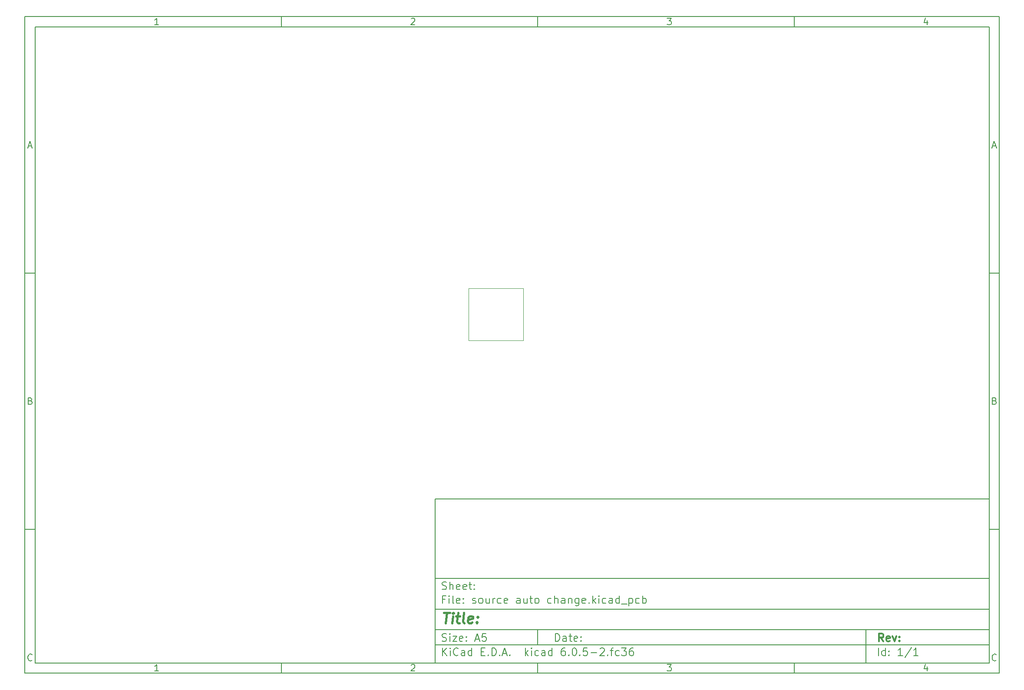
<source format=gbr>
%TF.GenerationSoftware,KiCad,Pcbnew,6.0.5-2.fc36*%
%TF.CreationDate,2022-06-19T11:45:18+04:00*%
%TF.ProjectId,source auto change,736f7572-6365-4206-9175-746f20636861,rev?*%
%TF.SameCoordinates,Original*%
%TF.FileFunction,Profile,NP*%
%FSLAX46Y46*%
G04 Gerber Fmt 4.6, Leading zero omitted, Abs format (unit mm)*
G04 Created by KiCad (PCBNEW 6.0.5-2.fc36) date 2022-06-19 11:45:18*
%MOMM*%
%LPD*%
G01*
G04 APERTURE LIST*
%ADD10C,0.100000*%
%ADD11C,0.150000*%
%ADD12C,0.300000*%
%ADD13C,0.400000*%
%TA.AperFunction,Profile*%
%ADD14C,0.100000*%
%TD*%
G04 APERTURE END LIST*
D10*
D11*
X90007200Y-104005800D02*
X90007200Y-136005800D01*
X198007200Y-136005800D01*
X198007200Y-104005800D01*
X90007200Y-104005800D01*
D10*
D11*
X10000000Y-10000000D02*
X10000000Y-138005800D01*
X200007200Y-138005800D01*
X200007200Y-10000000D01*
X10000000Y-10000000D01*
D10*
D11*
X12000000Y-12000000D02*
X12000000Y-136005800D01*
X198007200Y-136005800D01*
X198007200Y-12000000D01*
X12000000Y-12000000D01*
D10*
D11*
X60000000Y-12000000D02*
X60000000Y-10000000D01*
D10*
D11*
X110000000Y-12000000D02*
X110000000Y-10000000D01*
D10*
D11*
X160000000Y-12000000D02*
X160000000Y-10000000D01*
D10*
D11*
X36065476Y-11588095D02*
X35322619Y-11588095D01*
X35694047Y-11588095D02*
X35694047Y-10288095D01*
X35570238Y-10473809D01*
X35446428Y-10597619D01*
X35322619Y-10659523D01*
D10*
D11*
X85322619Y-10411904D02*
X85384523Y-10350000D01*
X85508333Y-10288095D01*
X85817857Y-10288095D01*
X85941666Y-10350000D01*
X86003571Y-10411904D01*
X86065476Y-10535714D01*
X86065476Y-10659523D01*
X86003571Y-10845238D01*
X85260714Y-11588095D01*
X86065476Y-11588095D01*
D10*
D11*
X135260714Y-10288095D02*
X136065476Y-10288095D01*
X135632142Y-10783333D01*
X135817857Y-10783333D01*
X135941666Y-10845238D01*
X136003571Y-10907142D01*
X136065476Y-11030952D01*
X136065476Y-11340476D01*
X136003571Y-11464285D01*
X135941666Y-11526190D01*
X135817857Y-11588095D01*
X135446428Y-11588095D01*
X135322619Y-11526190D01*
X135260714Y-11464285D01*
D10*
D11*
X185941666Y-10721428D02*
X185941666Y-11588095D01*
X185632142Y-10226190D02*
X185322619Y-11154761D01*
X186127380Y-11154761D01*
D10*
D11*
X60000000Y-136005800D02*
X60000000Y-138005800D01*
D10*
D11*
X110000000Y-136005800D02*
X110000000Y-138005800D01*
D10*
D11*
X160000000Y-136005800D02*
X160000000Y-138005800D01*
D10*
D11*
X36065476Y-137593895D02*
X35322619Y-137593895D01*
X35694047Y-137593895D02*
X35694047Y-136293895D01*
X35570238Y-136479609D01*
X35446428Y-136603419D01*
X35322619Y-136665323D01*
D10*
D11*
X85322619Y-136417704D02*
X85384523Y-136355800D01*
X85508333Y-136293895D01*
X85817857Y-136293895D01*
X85941666Y-136355800D01*
X86003571Y-136417704D01*
X86065476Y-136541514D01*
X86065476Y-136665323D01*
X86003571Y-136851038D01*
X85260714Y-137593895D01*
X86065476Y-137593895D01*
D10*
D11*
X135260714Y-136293895D02*
X136065476Y-136293895D01*
X135632142Y-136789133D01*
X135817857Y-136789133D01*
X135941666Y-136851038D01*
X136003571Y-136912942D01*
X136065476Y-137036752D01*
X136065476Y-137346276D01*
X136003571Y-137470085D01*
X135941666Y-137531990D01*
X135817857Y-137593895D01*
X135446428Y-137593895D01*
X135322619Y-137531990D01*
X135260714Y-137470085D01*
D10*
D11*
X185941666Y-136727228D02*
X185941666Y-137593895D01*
X185632142Y-136231990D02*
X185322619Y-137160561D01*
X186127380Y-137160561D01*
D10*
D11*
X10000000Y-60000000D02*
X12000000Y-60000000D01*
D10*
D11*
X10000000Y-110000000D02*
X12000000Y-110000000D01*
D10*
D11*
X10690476Y-35216666D02*
X11309523Y-35216666D01*
X10566666Y-35588095D02*
X11000000Y-34288095D01*
X11433333Y-35588095D01*
D10*
D11*
X11092857Y-84907142D02*
X11278571Y-84969047D01*
X11340476Y-85030952D01*
X11402380Y-85154761D01*
X11402380Y-85340476D01*
X11340476Y-85464285D01*
X11278571Y-85526190D01*
X11154761Y-85588095D01*
X10659523Y-85588095D01*
X10659523Y-84288095D01*
X11092857Y-84288095D01*
X11216666Y-84350000D01*
X11278571Y-84411904D01*
X11340476Y-84535714D01*
X11340476Y-84659523D01*
X11278571Y-84783333D01*
X11216666Y-84845238D01*
X11092857Y-84907142D01*
X10659523Y-84907142D01*
D10*
D11*
X11402380Y-135464285D02*
X11340476Y-135526190D01*
X11154761Y-135588095D01*
X11030952Y-135588095D01*
X10845238Y-135526190D01*
X10721428Y-135402380D01*
X10659523Y-135278571D01*
X10597619Y-135030952D01*
X10597619Y-134845238D01*
X10659523Y-134597619D01*
X10721428Y-134473809D01*
X10845238Y-134350000D01*
X11030952Y-134288095D01*
X11154761Y-134288095D01*
X11340476Y-134350000D01*
X11402380Y-134411904D01*
D10*
D11*
X200007200Y-60000000D02*
X198007200Y-60000000D01*
D10*
D11*
X200007200Y-110000000D02*
X198007200Y-110000000D01*
D10*
D11*
X198697676Y-35216666D02*
X199316723Y-35216666D01*
X198573866Y-35588095D02*
X199007200Y-34288095D01*
X199440533Y-35588095D01*
D10*
D11*
X199100057Y-84907142D02*
X199285771Y-84969047D01*
X199347676Y-85030952D01*
X199409580Y-85154761D01*
X199409580Y-85340476D01*
X199347676Y-85464285D01*
X199285771Y-85526190D01*
X199161961Y-85588095D01*
X198666723Y-85588095D01*
X198666723Y-84288095D01*
X199100057Y-84288095D01*
X199223866Y-84350000D01*
X199285771Y-84411904D01*
X199347676Y-84535714D01*
X199347676Y-84659523D01*
X199285771Y-84783333D01*
X199223866Y-84845238D01*
X199100057Y-84907142D01*
X198666723Y-84907142D01*
D10*
D11*
X199409580Y-135464285D02*
X199347676Y-135526190D01*
X199161961Y-135588095D01*
X199038152Y-135588095D01*
X198852438Y-135526190D01*
X198728628Y-135402380D01*
X198666723Y-135278571D01*
X198604819Y-135030952D01*
X198604819Y-134845238D01*
X198666723Y-134597619D01*
X198728628Y-134473809D01*
X198852438Y-134350000D01*
X199038152Y-134288095D01*
X199161961Y-134288095D01*
X199347676Y-134350000D01*
X199409580Y-134411904D01*
D10*
D11*
X113439342Y-131784371D02*
X113439342Y-130284371D01*
X113796485Y-130284371D01*
X114010771Y-130355800D01*
X114153628Y-130498657D01*
X114225057Y-130641514D01*
X114296485Y-130927228D01*
X114296485Y-131141514D01*
X114225057Y-131427228D01*
X114153628Y-131570085D01*
X114010771Y-131712942D01*
X113796485Y-131784371D01*
X113439342Y-131784371D01*
X115582200Y-131784371D02*
X115582200Y-130998657D01*
X115510771Y-130855800D01*
X115367914Y-130784371D01*
X115082200Y-130784371D01*
X114939342Y-130855800D01*
X115582200Y-131712942D02*
X115439342Y-131784371D01*
X115082200Y-131784371D01*
X114939342Y-131712942D01*
X114867914Y-131570085D01*
X114867914Y-131427228D01*
X114939342Y-131284371D01*
X115082200Y-131212942D01*
X115439342Y-131212942D01*
X115582200Y-131141514D01*
X116082200Y-130784371D02*
X116653628Y-130784371D01*
X116296485Y-130284371D02*
X116296485Y-131570085D01*
X116367914Y-131712942D01*
X116510771Y-131784371D01*
X116653628Y-131784371D01*
X117725057Y-131712942D02*
X117582200Y-131784371D01*
X117296485Y-131784371D01*
X117153628Y-131712942D01*
X117082200Y-131570085D01*
X117082200Y-130998657D01*
X117153628Y-130855800D01*
X117296485Y-130784371D01*
X117582200Y-130784371D01*
X117725057Y-130855800D01*
X117796485Y-130998657D01*
X117796485Y-131141514D01*
X117082200Y-131284371D01*
X118439342Y-131641514D02*
X118510771Y-131712942D01*
X118439342Y-131784371D01*
X118367914Y-131712942D01*
X118439342Y-131641514D01*
X118439342Y-131784371D01*
X118439342Y-130855800D02*
X118510771Y-130927228D01*
X118439342Y-130998657D01*
X118367914Y-130927228D01*
X118439342Y-130855800D01*
X118439342Y-130998657D01*
D10*
D11*
X90007200Y-132505800D02*
X198007200Y-132505800D01*
D10*
D11*
X91439342Y-134584371D02*
X91439342Y-133084371D01*
X92296485Y-134584371D02*
X91653628Y-133727228D01*
X92296485Y-133084371D02*
X91439342Y-133941514D01*
X92939342Y-134584371D02*
X92939342Y-133584371D01*
X92939342Y-133084371D02*
X92867914Y-133155800D01*
X92939342Y-133227228D01*
X93010771Y-133155800D01*
X92939342Y-133084371D01*
X92939342Y-133227228D01*
X94510771Y-134441514D02*
X94439342Y-134512942D01*
X94225057Y-134584371D01*
X94082200Y-134584371D01*
X93867914Y-134512942D01*
X93725057Y-134370085D01*
X93653628Y-134227228D01*
X93582200Y-133941514D01*
X93582200Y-133727228D01*
X93653628Y-133441514D01*
X93725057Y-133298657D01*
X93867914Y-133155800D01*
X94082200Y-133084371D01*
X94225057Y-133084371D01*
X94439342Y-133155800D01*
X94510771Y-133227228D01*
X95796485Y-134584371D02*
X95796485Y-133798657D01*
X95725057Y-133655800D01*
X95582200Y-133584371D01*
X95296485Y-133584371D01*
X95153628Y-133655800D01*
X95796485Y-134512942D02*
X95653628Y-134584371D01*
X95296485Y-134584371D01*
X95153628Y-134512942D01*
X95082200Y-134370085D01*
X95082200Y-134227228D01*
X95153628Y-134084371D01*
X95296485Y-134012942D01*
X95653628Y-134012942D01*
X95796485Y-133941514D01*
X97153628Y-134584371D02*
X97153628Y-133084371D01*
X97153628Y-134512942D02*
X97010771Y-134584371D01*
X96725057Y-134584371D01*
X96582200Y-134512942D01*
X96510771Y-134441514D01*
X96439342Y-134298657D01*
X96439342Y-133870085D01*
X96510771Y-133727228D01*
X96582200Y-133655800D01*
X96725057Y-133584371D01*
X97010771Y-133584371D01*
X97153628Y-133655800D01*
X99010771Y-133798657D02*
X99510771Y-133798657D01*
X99725057Y-134584371D02*
X99010771Y-134584371D01*
X99010771Y-133084371D01*
X99725057Y-133084371D01*
X100367914Y-134441514D02*
X100439342Y-134512942D01*
X100367914Y-134584371D01*
X100296485Y-134512942D01*
X100367914Y-134441514D01*
X100367914Y-134584371D01*
X101082200Y-134584371D02*
X101082200Y-133084371D01*
X101439342Y-133084371D01*
X101653628Y-133155800D01*
X101796485Y-133298657D01*
X101867914Y-133441514D01*
X101939342Y-133727228D01*
X101939342Y-133941514D01*
X101867914Y-134227228D01*
X101796485Y-134370085D01*
X101653628Y-134512942D01*
X101439342Y-134584371D01*
X101082200Y-134584371D01*
X102582200Y-134441514D02*
X102653628Y-134512942D01*
X102582200Y-134584371D01*
X102510771Y-134512942D01*
X102582200Y-134441514D01*
X102582200Y-134584371D01*
X103225057Y-134155800D02*
X103939342Y-134155800D01*
X103082200Y-134584371D02*
X103582200Y-133084371D01*
X104082200Y-134584371D01*
X104582200Y-134441514D02*
X104653628Y-134512942D01*
X104582200Y-134584371D01*
X104510771Y-134512942D01*
X104582200Y-134441514D01*
X104582200Y-134584371D01*
X107582200Y-134584371D02*
X107582200Y-133084371D01*
X107725057Y-134012942D02*
X108153628Y-134584371D01*
X108153628Y-133584371D02*
X107582200Y-134155800D01*
X108796485Y-134584371D02*
X108796485Y-133584371D01*
X108796485Y-133084371D02*
X108725057Y-133155800D01*
X108796485Y-133227228D01*
X108867914Y-133155800D01*
X108796485Y-133084371D01*
X108796485Y-133227228D01*
X110153628Y-134512942D02*
X110010771Y-134584371D01*
X109725057Y-134584371D01*
X109582200Y-134512942D01*
X109510771Y-134441514D01*
X109439342Y-134298657D01*
X109439342Y-133870085D01*
X109510771Y-133727228D01*
X109582200Y-133655800D01*
X109725057Y-133584371D01*
X110010771Y-133584371D01*
X110153628Y-133655800D01*
X111439342Y-134584371D02*
X111439342Y-133798657D01*
X111367914Y-133655800D01*
X111225057Y-133584371D01*
X110939342Y-133584371D01*
X110796485Y-133655800D01*
X111439342Y-134512942D02*
X111296485Y-134584371D01*
X110939342Y-134584371D01*
X110796485Y-134512942D01*
X110725057Y-134370085D01*
X110725057Y-134227228D01*
X110796485Y-134084371D01*
X110939342Y-134012942D01*
X111296485Y-134012942D01*
X111439342Y-133941514D01*
X112796485Y-134584371D02*
X112796485Y-133084371D01*
X112796485Y-134512942D02*
X112653628Y-134584371D01*
X112367914Y-134584371D01*
X112225057Y-134512942D01*
X112153628Y-134441514D01*
X112082200Y-134298657D01*
X112082200Y-133870085D01*
X112153628Y-133727228D01*
X112225057Y-133655800D01*
X112367914Y-133584371D01*
X112653628Y-133584371D01*
X112796485Y-133655800D01*
X115296485Y-133084371D02*
X115010771Y-133084371D01*
X114867914Y-133155800D01*
X114796485Y-133227228D01*
X114653628Y-133441514D01*
X114582200Y-133727228D01*
X114582200Y-134298657D01*
X114653628Y-134441514D01*
X114725057Y-134512942D01*
X114867914Y-134584371D01*
X115153628Y-134584371D01*
X115296485Y-134512942D01*
X115367914Y-134441514D01*
X115439342Y-134298657D01*
X115439342Y-133941514D01*
X115367914Y-133798657D01*
X115296485Y-133727228D01*
X115153628Y-133655800D01*
X114867914Y-133655800D01*
X114725057Y-133727228D01*
X114653628Y-133798657D01*
X114582200Y-133941514D01*
X116082200Y-134441514D02*
X116153628Y-134512942D01*
X116082200Y-134584371D01*
X116010771Y-134512942D01*
X116082200Y-134441514D01*
X116082200Y-134584371D01*
X117082200Y-133084371D02*
X117225057Y-133084371D01*
X117367914Y-133155800D01*
X117439342Y-133227228D01*
X117510771Y-133370085D01*
X117582200Y-133655800D01*
X117582200Y-134012942D01*
X117510771Y-134298657D01*
X117439342Y-134441514D01*
X117367914Y-134512942D01*
X117225057Y-134584371D01*
X117082200Y-134584371D01*
X116939342Y-134512942D01*
X116867914Y-134441514D01*
X116796485Y-134298657D01*
X116725057Y-134012942D01*
X116725057Y-133655800D01*
X116796485Y-133370085D01*
X116867914Y-133227228D01*
X116939342Y-133155800D01*
X117082200Y-133084371D01*
X118225057Y-134441514D02*
X118296485Y-134512942D01*
X118225057Y-134584371D01*
X118153628Y-134512942D01*
X118225057Y-134441514D01*
X118225057Y-134584371D01*
X119653628Y-133084371D02*
X118939342Y-133084371D01*
X118867914Y-133798657D01*
X118939342Y-133727228D01*
X119082200Y-133655800D01*
X119439342Y-133655800D01*
X119582200Y-133727228D01*
X119653628Y-133798657D01*
X119725057Y-133941514D01*
X119725057Y-134298657D01*
X119653628Y-134441514D01*
X119582200Y-134512942D01*
X119439342Y-134584371D01*
X119082200Y-134584371D01*
X118939342Y-134512942D01*
X118867914Y-134441514D01*
X120367914Y-134012942D02*
X121510771Y-134012942D01*
X122153628Y-133227228D02*
X122225057Y-133155800D01*
X122367914Y-133084371D01*
X122725057Y-133084371D01*
X122867914Y-133155800D01*
X122939342Y-133227228D01*
X123010771Y-133370085D01*
X123010771Y-133512942D01*
X122939342Y-133727228D01*
X122082200Y-134584371D01*
X123010771Y-134584371D01*
X123653628Y-134441514D02*
X123725057Y-134512942D01*
X123653628Y-134584371D01*
X123582200Y-134512942D01*
X123653628Y-134441514D01*
X123653628Y-134584371D01*
X124153628Y-133584371D02*
X124725057Y-133584371D01*
X124367914Y-134584371D02*
X124367914Y-133298657D01*
X124439342Y-133155800D01*
X124582200Y-133084371D01*
X124725057Y-133084371D01*
X125867914Y-134512942D02*
X125725057Y-134584371D01*
X125439342Y-134584371D01*
X125296485Y-134512942D01*
X125225057Y-134441514D01*
X125153628Y-134298657D01*
X125153628Y-133870085D01*
X125225057Y-133727228D01*
X125296485Y-133655800D01*
X125439342Y-133584371D01*
X125725057Y-133584371D01*
X125867914Y-133655800D01*
X126367914Y-133084371D02*
X127296485Y-133084371D01*
X126796485Y-133655800D01*
X127010771Y-133655800D01*
X127153628Y-133727228D01*
X127225057Y-133798657D01*
X127296485Y-133941514D01*
X127296485Y-134298657D01*
X127225057Y-134441514D01*
X127153628Y-134512942D01*
X127010771Y-134584371D01*
X126582200Y-134584371D01*
X126439342Y-134512942D01*
X126367914Y-134441514D01*
X128582200Y-133084371D02*
X128296485Y-133084371D01*
X128153628Y-133155800D01*
X128082200Y-133227228D01*
X127939342Y-133441514D01*
X127867914Y-133727228D01*
X127867914Y-134298657D01*
X127939342Y-134441514D01*
X128010771Y-134512942D01*
X128153628Y-134584371D01*
X128439342Y-134584371D01*
X128582200Y-134512942D01*
X128653628Y-134441514D01*
X128725057Y-134298657D01*
X128725057Y-133941514D01*
X128653628Y-133798657D01*
X128582200Y-133727228D01*
X128439342Y-133655800D01*
X128153628Y-133655800D01*
X128010771Y-133727228D01*
X127939342Y-133798657D01*
X127867914Y-133941514D01*
D10*
D11*
X90007200Y-129505800D02*
X198007200Y-129505800D01*
D10*
D12*
X177416485Y-131784371D02*
X176916485Y-131070085D01*
X176559342Y-131784371D02*
X176559342Y-130284371D01*
X177130771Y-130284371D01*
X177273628Y-130355800D01*
X177345057Y-130427228D01*
X177416485Y-130570085D01*
X177416485Y-130784371D01*
X177345057Y-130927228D01*
X177273628Y-130998657D01*
X177130771Y-131070085D01*
X176559342Y-131070085D01*
X178630771Y-131712942D02*
X178487914Y-131784371D01*
X178202200Y-131784371D01*
X178059342Y-131712942D01*
X177987914Y-131570085D01*
X177987914Y-130998657D01*
X178059342Y-130855800D01*
X178202200Y-130784371D01*
X178487914Y-130784371D01*
X178630771Y-130855800D01*
X178702200Y-130998657D01*
X178702200Y-131141514D01*
X177987914Y-131284371D01*
X179202200Y-130784371D02*
X179559342Y-131784371D01*
X179916485Y-130784371D01*
X180487914Y-131641514D02*
X180559342Y-131712942D01*
X180487914Y-131784371D01*
X180416485Y-131712942D01*
X180487914Y-131641514D01*
X180487914Y-131784371D01*
X180487914Y-130855800D02*
X180559342Y-130927228D01*
X180487914Y-130998657D01*
X180416485Y-130927228D01*
X180487914Y-130855800D01*
X180487914Y-130998657D01*
D10*
D11*
X91367914Y-131712942D02*
X91582200Y-131784371D01*
X91939342Y-131784371D01*
X92082200Y-131712942D01*
X92153628Y-131641514D01*
X92225057Y-131498657D01*
X92225057Y-131355800D01*
X92153628Y-131212942D01*
X92082200Y-131141514D01*
X91939342Y-131070085D01*
X91653628Y-130998657D01*
X91510771Y-130927228D01*
X91439342Y-130855800D01*
X91367914Y-130712942D01*
X91367914Y-130570085D01*
X91439342Y-130427228D01*
X91510771Y-130355800D01*
X91653628Y-130284371D01*
X92010771Y-130284371D01*
X92225057Y-130355800D01*
X92867914Y-131784371D02*
X92867914Y-130784371D01*
X92867914Y-130284371D02*
X92796485Y-130355800D01*
X92867914Y-130427228D01*
X92939342Y-130355800D01*
X92867914Y-130284371D01*
X92867914Y-130427228D01*
X93439342Y-130784371D02*
X94225057Y-130784371D01*
X93439342Y-131784371D01*
X94225057Y-131784371D01*
X95367914Y-131712942D02*
X95225057Y-131784371D01*
X94939342Y-131784371D01*
X94796485Y-131712942D01*
X94725057Y-131570085D01*
X94725057Y-130998657D01*
X94796485Y-130855800D01*
X94939342Y-130784371D01*
X95225057Y-130784371D01*
X95367914Y-130855800D01*
X95439342Y-130998657D01*
X95439342Y-131141514D01*
X94725057Y-131284371D01*
X96082200Y-131641514D02*
X96153628Y-131712942D01*
X96082200Y-131784371D01*
X96010771Y-131712942D01*
X96082200Y-131641514D01*
X96082200Y-131784371D01*
X96082200Y-130855800D02*
X96153628Y-130927228D01*
X96082200Y-130998657D01*
X96010771Y-130927228D01*
X96082200Y-130855800D01*
X96082200Y-130998657D01*
X97867914Y-131355800D02*
X98582200Y-131355800D01*
X97725057Y-131784371D02*
X98225057Y-130284371D01*
X98725057Y-131784371D01*
X99939342Y-130284371D02*
X99225057Y-130284371D01*
X99153628Y-130998657D01*
X99225057Y-130927228D01*
X99367914Y-130855800D01*
X99725057Y-130855800D01*
X99867914Y-130927228D01*
X99939342Y-130998657D01*
X100010771Y-131141514D01*
X100010771Y-131498657D01*
X99939342Y-131641514D01*
X99867914Y-131712942D01*
X99725057Y-131784371D01*
X99367914Y-131784371D01*
X99225057Y-131712942D01*
X99153628Y-131641514D01*
D10*
D11*
X176439342Y-134584371D02*
X176439342Y-133084371D01*
X177796485Y-134584371D02*
X177796485Y-133084371D01*
X177796485Y-134512942D02*
X177653628Y-134584371D01*
X177367914Y-134584371D01*
X177225057Y-134512942D01*
X177153628Y-134441514D01*
X177082200Y-134298657D01*
X177082200Y-133870085D01*
X177153628Y-133727228D01*
X177225057Y-133655800D01*
X177367914Y-133584371D01*
X177653628Y-133584371D01*
X177796485Y-133655800D01*
X178510771Y-134441514D02*
X178582200Y-134512942D01*
X178510771Y-134584371D01*
X178439342Y-134512942D01*
X178510771Y-134441514D01*
X178510771Y-134584371D01*
X178510771Y-133655800D02*
X178582200Y-133727228D01*
X178510771Y-133798657D01*
X178439342Y-133727228D01*
X178510771Y-133655800D01*
X178510771Y-133798657D01*
X181153628Y-134584371D02*
X180296485Y-134584371D01*
X180725057Y-134584371D02*
X180725057Y-133084371D01*
X180582200Y-133298657D01*
X180439342Y-133441514D01*
X180296485Y-133512942D01*
X182867914Y-133012942D02*
X181582200Y-134941514D01*
X184153628Y-134584371D02*
X183296485Y-134584371D01*
X183725057Y-134584371D02*
X183725057Y-133084371D01*
X183582200Y-133298657D01*
X183439342Y-133441514D01*
X183296485Y-133512942D01*
D10*
D11*
X90007200Y-125505800D02*
X198007200Y-125505800D01*
D10*
D13*
X91719580Y-126210561D02*
X92862438Y-126210561D01*
X92041009Y-128210561D02*
X92291009Y-126210561D01*
X93279104Y-128210561D02*
X93445771Y-126877228D01*
X93529104Y-126210561D02*
X93421961Y-126305800D01*
X93505295Y-126401038D01*
X93612438Y-126305800D01*
X93529104Y-126210561D01*
X93505295Y-126401038D01*
X94112438Y-126877228D02*
X94874342Y-126877228D01*
X94481485Y-126210561D02*
X94267200Y-127924847D01*
X94338628Y-128115323D01*
X94517200Y-128210561D01*
X94707676Y-128210561D01*
X95660057Y-128210561D02*
X95481485Y-128115323D01*
X95410057Y-127924847D01*
X95624342Y-126210561D01*
X97195771Y-128115323D02*
X96993390Y-128210561D01*
X96612438Y-128210561D01*
X96433866Y-128115323D01*
X96362438Y-127924847D01*
X96457676Y-127162942D01*
X96576723Y-126972466D01*
X96779104Y-126877228D01*
X97160057Y-126877228D01*
X97338628Y-126972466D01*
X97410057Y-127162942D01*
X97386247Y-127353419D01*
X96410057Y-127543895D01*
X98160057Y-128020085D02*
X98243390Y-128115323D01*
X98136247Y-128210561D01*
X98052914Y-128115323D01*
X98160057Y-128020085D01*
X98136247Y-128210561D01*
X98291009Y-126972466D02*
X98374342Y-127067704D01*
X98267200Y-127162942D01*
X98183866Y-127067704D01*
X98291009Y-126972466D01*
X98267200Y-127162942D01*
D10*
D11*
X91939342Y-123598657D02*
X91439342Y-123598657D01*
X91439342Y-124384371D02*
X91439342Y-122884371D01*
X92153628Y-122884371D01*
X92725057Y-124384371D02*
X92725057Y-123384371D01*
X92725057Y-122884371D02*
X92653628Y-122955800D01*
X92725057Y-123027228D01*
X92796485Y-122955800D01*
X92725057Y-122884371D01*
X92725057Y-123027228D01*
X93653628Y-124384371D02*
X93510771Y-124312942D01*
X93439342Y-124170085D01*
X93439342Y-122884371D01*
X94796485Y-124312942D02*
X94653628Y-124384371D01*
X94367914Y-124384371D01*
X94225057Y-124312942D01*
X94153628Y-124170085D01*
X94153628Y-123598657D01*
X94225057Y-123455800D01*
X94367914Y-123384371D01*
X94653628Y-123384371D01*
X94796485Y-123455800D01*
X94867914Y-123598657D01*
X94867914Y-123741514D01*
X94153628Y-123884371D01*
X95510771Y-124241514D02*
X95582200Y-124312942D01*
X95510771Y-124384371D01*
X95439342Y-124312942D01*
X95510771Y-124241514D01*
X95510771Y-124384371D01*
X95510771Y-123455800D02*
X95582200Y-123527228D01*
X95510771Y-123598657D01*
X95439342Y-123527228D01*
X95510771Y-123455800D01*
X95510771Y-123598657D01*
X97296485Y-124312942D02*
X97439342Y-124384371D01*
X97725057Y-124384371D01*
X97867914Y-124312942D01*
X97939342Y-124170085D01*
X97939342Y-124098657D01*
X97867914Y-123955800D01*
X97725057Y-123884371D01*
X97510771Y-123884371D01*
X97367914Y-123812942D01*
X97296485Y-123670085D01*
X97296485Y-123598657D01*
X97367914Y-123455800D01*
X97510771Y-123384371D01*
X97725057Y-123384371D01*
X97867914Y-123455800D01*
X98796485Y-124384371D02*
X98653628Y-124312942D01*
X98582200Y-124241514D01*
X98510771Y-124098657D01*
X98510771Y-123670085D01*
X98582200Y-123527228D01*
X98653628Y-123455800D01*
X98796485Y-123384371D01*
X99010771Y-123384371D01*
X99153628Y-123455800D01*
X99225057Y-123527228D01*
X99296485Y-123670085D01*
X99296485Y-124098657D01*
X99225057Y-124241514D01*
X99153628Y-124312942D01*
X99010771Y-124384371D01*
X98796485Y-124384371D01*
X100582200Y-123384371D02*
X100582200Y-124384371D01*
X99939342Y-123384371D02*
X99939342Y-124170085D01*
X100010771Y-124312942D01*
X100153628Y-124384371D01*
X100367914Y-124384371D01*
X100510771Y-124312942D01*
X100582200Y-124241514D01*
X101296485Y-124384371D02*
X101296485Y-123384371D01*
X101296485Y-123670085D02*
X101367914Y-123527228D01*
X101439342Y-123455800D01*
X101582200Y-123384371D01*
X101725057Y-123384371D01*
X102867914Y-124312942D02*
X102725057Y-124384371D01*
X102439342Y-124384371D01*
X102296485Y-124312942D01*
X102225057Y-124241514D01*
X102153628Y-124098657D01*
X102153628Y-123670085D01*
X102225057Y-123527228D01*
X102296485Y-123455800D01*
X102439342Y-123384371D01*
X102725057Y-123384371D01*
X102867914Y-123455800D01*
X104082200Y-124312942D02*
X103939342Y-124384371D01*
X103653628Y-124384371D01*
X103510771Y-124312942D01*
X103439342Y-124170085D01*
X103439342Y-123598657D01*
X103510771Y-123455800D01*
X103653628Y-123384371D01*
X103939342Y-123384371D01*
X104082200Y-123455800D01*
X104153628Y-123598657D01*
X104153628Y-123741514D01*
X103439342Y-123884371D01*
X106582200Y-124384371D02*
X106582200Y-123598657D01*
X106510771Y-123455800D01*
X106367914Y-123384371D01*
X106082200Y-123384371D01*
X105939342Y-123455800D01*
X106582200Y-124312942D02*
X106439342Y-124384371D01*
X106082200Y-124384371D01*
X105939342Y-124312942D01*
X105867914Y-124170085D01*
X105867914Y-124027228D01*
X105939342Y-123884371D01*
X106082200Y-123812942D01*
X106439342Y-123812942D01*
X106582200Y-123741514D01*
X107939342Y-123384371D02*
X107939342Y-124384371D01*
X107296485Y-123384371D02*
X107296485Y-124170085D01*
X107367914Y-124312942D01*
X107510771Y-124384371D01*
X107725057Y-124384371D01*
X107867914Y-124312942D01*
X107939342Y-124241514D01*
X108439342Y-123384371D02*
X109010771Y-123384371D01*
X108653628Y-122884371D02*
X108653628Y-124170085D01*
X108725057Y-124312942D01*
X108867914Y-124384371D01*
X109010771Y-124384371D01*
X109725057Y-124384371D02*
X109582200Y-124312942D01*
X109510771Y-124241514D01*
X109439342Y-124098657D01*
X109439342Y-123670085D01*
X109510771Y-123527228D01*
X109582200Y-123455800D01*
X109725057Y-123384371D01*
X109939342Y-123384371D01*
X110082200Y-123455800D01*
X110153628Y-123527228D01*
X110225057Y-123670085D01*
X110225057Y-124098657D01*
X110153628Y-124241514D01*
X110082200Y-124312942D01*
X109939342Y-124384371D01*
X109725057Y-124384371D01*
X112653628Y-124312942D02*
X112510771Y-124384371D01*
X112225057Y-124384371D01*
X112082200Y-124312942D01*
X112010771Y-124241514D01*
X111939342Y-124098657D01*
X111939342Y-123670085D01*
X112010771Y-123527228D01*
X112082200Y-123455800D01*
X112225057Y-123384371D01*
X112510771Y-123384371D01*
X112653628Y-123455800D01*
X113296485Y-124384371D02*
X113296485Y-122884371D01*
X113939342Y-124384371D02*
X113939342Y-123598657D01*
X113867914Y-123455800D01*
X113725057Y-123384371D01*
X113510771Y-123384371D01*
X113367914Y-123455800D01*
X113296485Y-123527228D01*
X115296485Y-124384371D02*
X115296485Y-123598657D01*
X115225057Y-123455800D01*
X115082200Y-123384371D01*
X114796485Y-123384371D01*
X114653628Y-123455800D01*
X115296485Y-124312942D02*
X115153628Y-124384371D01*
X114796485Y-124384371D01*
X114653628Y-124312942D01*
X114582200Y-124170085D01*
X114582200Y-124027228D01*
X114653628Y-123884371D01*
X114796485Y-123812942D01*
X115153628Y-123812942D01*
X115296485Y-123741514D01*
X116010771Y-123384371D02*
X116010771Y-124384371D01*
X116010771Y-123527228D02*
X116082200Y-123455800D01*
X116225057Y-123384371D01*
X116439342Y-123384371D01*
X116582200Y-123455800D01*
X116653628Y-123598657D01*
X116653628Y-124384371D01*
X118010771Y-123384371D02*
X118010771Y-124598657D01*
X117939342Y-124741514D01*
X117867914Y-124812942D01*
X117725057Y-124884371D01*
X117510771Y-124884371D01*
X117367914Y-124812942D01*
X118010771Y-124312942D02*
X117867914Y-124384371D01*
X117582200Y-124384371D01*
X117439342Y-124312942D01*
X117367914Y-124241514D01*
X117296485Y-124098657D01*
X117296485Y-123670085D01*
X117367914Y-123527228D01*
X117439342Y-123455800D01*
X117582200Y-123384371D01*
X117867914Y-123384371D01*
X118010771Y-123455800D01*
X119296485Y-124312942D02*
X119153628Y-124384371D01*
X118867914Y-124384371D01*
X118725057Y-124312942D01*
X118653628Y-124170085D01*
X118653628Y-123598657D01*
X118725057Y-123455800D01*
X118867914Y-123384371D01*
X119153628Y-123384371D01*
X119296485Y-123455800D01*
X119367914Y-123598657D01*
X119367914Y-123741514D01*
X118653628Y-123884371D01*
X120010771Y-124241514D02*
X120082200Y-124312942D01*
X120010771Y-124384371D01*
X119939342Y-124312942D01*
X120010771Y-124241514D01*
X120010771Y-124384371D01*
X120725057Y-124384371D02*
X120725057Y-122884371D01*
X120867914Y-123812942D02*
X121296485Y-124384371D01*
X121296485Y-123384371D02*
X120725057Y-123955800D01*
X121939342Y-124384371D02*
X121939342Y-123384371D01*
X121939342Y-122884371D02*
X121867914Y-122955800D01*
X121939342Y-123027228D01*
X122010771Y-122955800D01*
X121939342Y-122884371D01*
X121939342Y-123027228D01*
X123296485Y-124312942D02*
X123153628Y-124384371D01*
X122867914Y-124384371D01*
X122725057Y-124312942D01*
X122653628Y-124241514D01*
X122582200Y-124098657D01*
X122582200Y-123670085D01*
X122653628Y-123527228D01*
X122725057Y-123455800D01*
X122867914Y-123384371D01*
X123153628Y-123384371D01*
X123296485Y-123455800D01*
X124582200Y-124384371D02*
X124582200Y-123598657D01*
X124510771Y-123455800D01*
X124367914Y-123384371D01*
X124082200Y-123384371D01*
X123939342Y-123455800D01*
X124582200Y-124312942D02*
X124439342Y-124384371D01*
X124082200Y-124384371D01*
X123939342Y-124312942D01*
X123867914Y-124170085D01*
X123867914Y-124027228D01*
X123939342Y-123884371D01*
X124082200Y-123812942D01*
X124439342Y-123812942D01*
X124582200Y-123741514D01*
X125939342Y-124384371D02*
X125939342Y-122884371D01*
X125939342Y-124312942D02*
X125796485Y-124384371D01*
X125510771Y-124384371D01*
X125367914Y-124312942D01*
X125296485Y-124241514D01*
X125225057Y-124098657D01*
X125225057Y-123670085D01*
X125296485Y-123527228D01*
X125367914Y-123455800D01*
X125510771Y-123384371D01*
X125796485Y-123384371D01*
X125939342Y-123455800D01*
X126296485Y-124527228D02*
X127439342Y-124527228D01*
X127796485Y-123384371D02*
X127796485Y-124884371D01*
X127796485Y-123455800D02*
X127939342Y-123384371D01*
X128225057Y-123384371D01*
X128367914Y-123455800D01*
X128439342Y-123527228D01*
X128510771Y-123670085D01*
X128510771Y-124098657D01*
X128439342Y-124241514D01*
X128367914Y-124312942D01*
X128225057Y-124384371D01*
X127939342Y-124384371D01*
X127796485Y-124312942D01*
X129796485Y-124312942D02*
X129653628Y-124384371D01*
X129367914Y-124384371D01*
X129225057Y-124312942D01*
X129153628Y-124241514D01*
X129082200Y-124098657D01*
X129082200Y-123670085D01*
X129153628Y-123527228D01*
X129225057Y-123455800D01*
X129367914Y-123384371D01*
X129653628Y-123384371D01*
X129796485Y-123455800D01*
X130439342Y-124384371D02*
X130439342Y-122884371D01*
X130439342Y-123455800D02*
X130582200Y-123384371D01*
X130867914Y-123384371D01*
X131010771Y-123455800D01*
X131082200Y-123527228D01*
X131153628Y-123670085D01*
X131153628Y-124098657D01*
X131082200Y-124241514D01*
X131010771Y-124312942D01*
X130867914Y-124384371D01*
X130582200Y-124384371D01*
X130439342Y-124312942D01*
D10*
D11*
X90007200Y-119505800D02*
X198007200Y-119505800D01*
D10*
D11*
X91367914Y-121612942D02*
X91582200Y-121684371D01*
X91939342Y-121684371D01*
X92082200Y-121612942D01*
X92153628Y-121541514D01*
X92225057Y-121398657D01*
X92225057Y-121255800D01*
X92153628Y-121112942D01*
X92082200Y-121041514D01*
X91939342Y-120970085D01*
X91653628Y-120898657D01*
X91510771Y-120827228D01*
X91439342Y-120755800D01*
X91367914Y-120612942D01*
X91367914Y-120470085D01*
X91439342Y-120327228D01*
X91510771Y-120255800D01*
X91653628Y-120184371D01*
X92010771Y-120184371D01*
X92225057Y-120255800D01*
X92867914Y-121684371D02*
X92867914Y-120184371D01*
X93510771Y-121684371D02*
X93510771Y-120898657D01*
X93439342Y-120755800D01*
X93296485Y-120684371D01*
X93082200Y-120684371D01*
X92939342Y-120755800D01*
X92867914Y-120827228D01*
X94796485Y-121612942D02*
X94653628Y-121684371D01*
X94367914Y-121684371D01*
X94225057Y-121612942D01*
X94153628Y-121470085D01*
X94153628Y-120898657D01*
X94225057Y-120755800D01*
X94367914Y-120684371D01*
X94653628Y-120684371D01*
X94796485Y-120755800D01*
X94867914Y-120898657D01*
X94867914Y-121041514D01*
X94153628Y-121184371D01*
X96082200Y-121612942D02*
X95939342Y-121684371D01*
X95653628Y-121684371D01*
X95510771Y-121612942D01*
X95439342Y-121470085D01*
X95439342Y-120898657D01*
X95510771Y-120755800D01*
X95653628Y-120684371D01*
X95939342Y-120684371D01*
X96082200Y-120755800D01*
X96153628Y-120898657D01*
X96153628Y-121041514D01*
X95439342Y-121184371D01*
X96582200Y-120684371D02*
X97153628Y-120684371D01*
X96796485Y-120184371D02*
X96796485Y-121470085D01*
X96867914Y-121612942D01*
X97010771Y-121684371D01*
X97153628Y-121684371D01*
X97653628Y-121541514D02*
X97725057Y-121612942D01*
X97653628Y-121684371D01*
X97582200Y-121612942D01*
X97653628Y-121541514D01*
X97653628Y-121684371D01*
X97653628Y-120755800D02*
X97725057Y-120827228D01*
X97653628Y-120898657D01*
X97582200Y-120827228D01*
X97653628Y-120755800D01*
X97653628Y-120898657D01*
D10*
D12*
D10*
D11*
D10*
D11*
D10*
D11*
D10*
D11*
D10*
D11*
X110007200Y-129505800D02*
X110007200Y-132505800D01*
D10*
D11*
X174007200Y-129505800D02*
X174007200Y-136005800D01*
D14*
X96520000Y-62992000D02*
X107188000Y-62992000D01*
X107188000Y-62992000D02*
X107188000Y-73152000D01*
X107188000Y-73152000D02*
X96520000Y-73152000D01*
X96520000Y-73152000D02*
X96520000Y-62992000D01*
M02*

</source>
